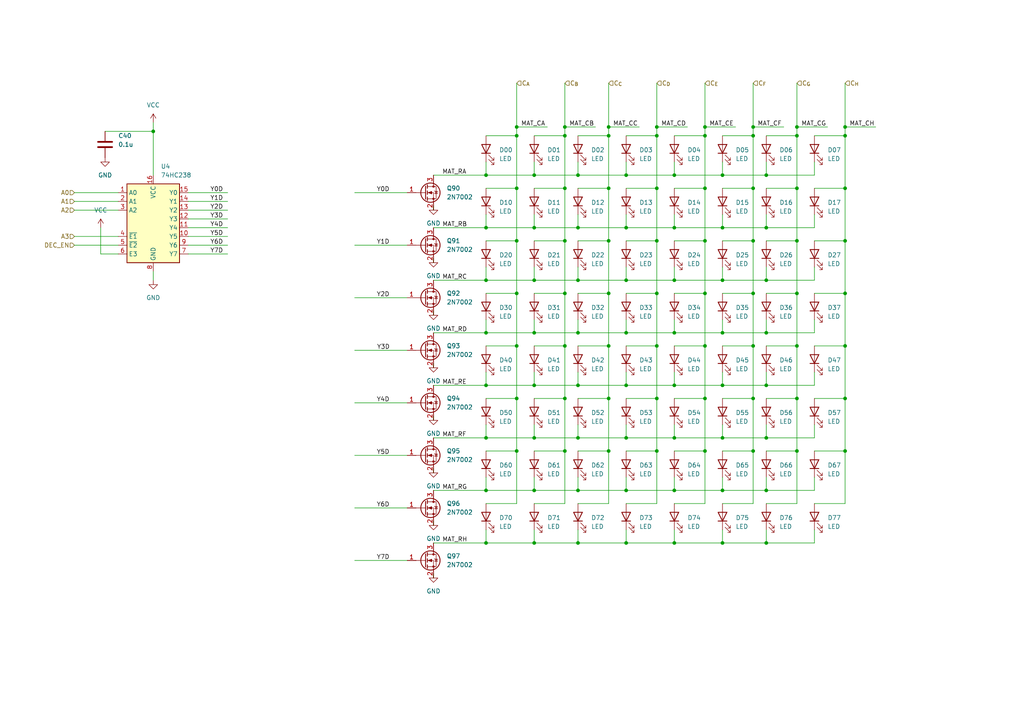
<source format=kicad_sch>
(kicad_sch (version 20231120) (generator "eeschema") (generator_version "8.0")
  (paper "A4")
  (lib_symbols
    (symbol "74xx:74HC238"
      (property "Reference" "U" (at -7.62 13.97 0))
      (property "Value" "74HC238" (at 2.54 -11.43 0))
      (symbol "74HC238_0_1"
        (rectangle (start -7.62 12.7) (end 7.62 -10.16) (stroke (width 0.254)) (fill (type background)))
      )
      (symbol "74HC238_1_1"
        (pin input line (at -10.16 10.16 0) (length 2.54) (name "A0") (number "1"))
        (pin output line (at 10.16 -2.54 180) (length 2.54) (name "Y5") (number "10"))
        (pin output line (at 10.16 0 180) (length 2.54) (name "Y4") (number "11"))
        (pin output line (at 10.16 2.54 180) (length 2.54) (name "Y3") (number "12"))
        (pin output line (at 10.16 5.08 180) (length 2.54) (name "Y2") (number "13"))
        (pin output line (at 10.16 7.62 180) (length 2.54) (name "Y1") (number "14"))
        (pin output line (at 10.16 10.16 180) (length 2.54) (name "Y0") (number "15"))
        (pin power_in line (at 0 15.24 270) (length 2.54) (name "VCC") (number "16"))
        (pin input line (at -10.16 7.62 0) (length 2.54) (name "A1") (number "2"))
        (pin input line (at -10.16 5.08 0) (length 2.54) (name "A2") (number "3"))
        (pin input line (at -10.16 -2.54 0) (length 2.54) (name "~{E1}") (number "4"))
        (pin input line (at -10.16 -5.08 0) (length 2.54) (name "~{E2}") (number "5"))
        (pin input line (at -10.16 -7.62 0) (length 2.54) (name "E3") (number "6"))
        (pin output line (at 10.16 -7.62 180) (length 2.54) (name "Y7") (number "7"))
        (pin power_in line (at 0 -12.7 90) (length 2.54) (name "GND") (number "8"))
        (pin output line (at 10.16 -5.08 180) (length 2.54) (name "Y6") (number "9"))
      )
    )
    (symbol "Device:C" (pin_numbers hide) (pin_names (offset 0.254))
      (property "Reference" "C" (at 0.635 2.54 0))
      (property "Value" "C" (at 0.635 -2.54 0))
      (symbol "C_0_1"
        (polyline (pts (xy -2.032 -0.762) (xy 2.032 -0.762)) (stroke (width 0.508)))
        (polyline (pts (xy -2.032 0.762) (xy 2.032 0.762)) (stroke (width 0.508)))
      )
      (symbol "C_1_1"
        (pin passive line (at 0 3.81 270) (length 2.794) (name "~") (number "1"))
        (pin passive line (at 0 -3.81 90) (length 2.794) (name "~") (number "2"))
      )
    )
    (symbol "Device:LED" (pin_numbers hide) (pin_names (offset 1.016) hide)
      (property "Reference" "D" (at 0 2.54 0))
      (property "Value" "LED" (at 0 -2.54 0))
      (symbol "LED_0_1"
        (polyline (pts (xy -1.27 -1.27) (xy -1.27 1.27)) (stroke (width 0.254)))
        (polyline (pts (xy -1.27 0) (xy 1.27 0)))
        (polyline (pts (xy 1.27 -1.27) (xy 1.27 1.27) (xy -1.27 0) (xy 1.27 -1.27)) (stroke (width 0.254)))
        (polyline (pts (xy -3.048 -0.762) (xy -4.572 -2.286) (xy -3.81 -2.286) (xy -4.572 -2.286) (xy -4.572 -1.524)))
        (polyline (pts (xy -1.778 -0.762) (xy -3.302 -2.286) (xy -2.54 -2.286) (xy -3.302 -2.286) (xy -3.302 -1.524)))
      )
      (symbol "LED_1_1"
        (pin passive line (at -3.81 0 0) (length 2.54) (name "K") (number "1"))
        (pin passive line (at 3.81 0 180) (length 2.54) (name "A") (number "2"))
      )
    )
    (symbol "Transistor_FET:2N7002" (pin_names hide)
      (property "Reference" "Q" (at 5.08 1.905 0))
      (property "Value" "2N7002" (at 5.08 0 0))
      (symbol "2N7002_0_1"
        (polyline (pts (xy 0.254 0) (xy -2.54 0)))
        (polyline (pts (xy 0.254 1.905) (xy 0.254 -1.905)) (stroke (width 0.254)))
        (polyline (pts (xy 0.762 -1.27) (xy 0.762 -2.286)) (stroke (width 0.254)))
        (polyline (pts (xy 0.762 0.508) (xy 0.762 -0.508)) (stroke (width 0.254)))
        (polyline (pts (xy 0.762 2.286) (xy 0.762 1.27)) (stroke (width 0.254)))
        (polyline (pts (xy 2.54 2.54) (xy 2.54 1.778)))
        (polyline (pts (xy 2.54 -2.54) (xy 2.54 0) (xy 0.762 0)))
        (polyline (pts (xy 0.762 -1.778) (xy 3.302 -1.778) (xy 3.302 1.778) (xy 0.762 1.778)))
        (polyline (pts (xy 1.016 0) (xy 2.032 0.381) (xy 2.032 -0.381) (xy 1.016 0)) (fill (type outline)))
        (polyline (pts (xy 2.794 0.508) (xy 2.921 0.381) (xy 3.683 0.381) (xy 3.81 0.254)))
        (polyline (pts (xy 3.302 0.381) (xy 2.921 -0.254) (xy 3.683 -0.254) (xy 3.302 0.381)))
        (circle (center 1.651 0) (radius 2.794) (stroke (width 0.254)))
        (circle (center 2.54 -1.778) (radius 0.254) (fill (type outline)))
        (circle (center 2.54 1.778) (radius 0.254) (fill (type outline)))
      )
      (symbol "2N7002_1_1"
        (pin input line (at -5.08 0 0) (length 2.54) (name "G") (number "1"))
        (pin passive line (at 2.54 -5.08 90) (length 2.54) (name "S") (number "2"))
        (pin passive line (at 2.54 5.08 270) (length 2.54) (name "D") (number "3"))
      )
    )
    (symbol "power:GND" (power) (pin_names (offset 0))
      (property "Value" "GND" (at 0 -3.81 0))
      (symbol "GND_0_1"
        (polyline (pts (xy 0 0) (xy 0 -1.27) (xy 1.27 -1.27) (xy 0 -2.54) (xy -1.27 -1.27) (xy 0 -1.27)))
      )
      (symbol "GND_1_1"
        (pin power_in line (at 0 0 270) (length 0) hide (name "GND") (number "1"))
      )
    )
    (symbol "power:VCC" (power) (pin_names (offset 0))
      (property "Value" "VCC" (at 0 3.81 0))
      (symbol "VCC_0_1"
        (polyline (pts (xy -0.762 1.27) (xy 0 2.54)))
        (polyline (pts (xy 0 0) (xy 0 2.54)))
        (polyline (pts (xy 0 2.54) (xy 0.762 1.27)))
      )
      (symbol "VCC_1_1"
        (pin power_in line (at 0 0 90) (length 0) hide (name "VCC") (number "1"))
      )
    )
  )
  (junction (at 140.97 111.76))
  (junction (at 209.55 142.24))
  (junction (at 190.5 85.09))
  (junction (at 181.61 50.8))
  (junction (at 245.11 54.61))
  (junction (at 181.61 142.24))
  (junction (at 195.58 157.48))
  (junction (at 190.5 115.57))
  (junction (at 218.44 100.33))
  (junction (at 218.44 36.83))
  (junction (at 204.47 115.57))
  (junction (at 231.14 130.81))
  (junction (at 149.86 36.83))
  (junction (at 204.47 130.81))
  (junction (at 190.5 130.81))
  (junction (at 209.55 111.76))
  (junction (at 204.47 54.61))
  (junction (at 176.53 54.61))
  (junction (at 167.64 96.52))
  (junction (at 190.5 54.61))
  (junction (at 245.11 85.09))
  (junction (at 231.14 36.83))
  (junction (at 140.97 157.48))
  (junction (at 176.53 85.09))
  (junction (at 204.47 36.83))
  (junction (at 222.25 66.04))
  (junction (at 176.53 36.83))
  (junction (at 222.25 157.48))
  (junction (at 195.58 50.8))
  (junction (at 163.83 100.33))
  (junction (at 222.25 81.28))
  (junction (at 231.14 39.37))
  (junction (at 163.83 85.09))
  (junction (at 245.11 100.33))
  (junction (at 167.64 127))
  (junction (at 163.83 36.83))
  (junction (at 154.94 66.04))
  (junction (at 154.94 142.24))
  (junction (at 176.53 100.33))
  (junction (at 218.44 115.57))
  (junction (at 140.97 96.52))
  (junction (at 222.25 111.76))
  (junction (at 245.11 115.57))
  (junction (at 140.97 50.8))
  (junction (at 176.53 39.37))
  (junction (at 163.83 54.61))
  (junction (at 218.44 130.81))
  (junction (at 222.25 96.52))
  (junction (at 163.83 39.37))
  (junction (at 218.44 54.61))
  (junction (at 231.14 69.85))
  (junction (at 149.86 130.81))
  (junction (at 209.55 157.48))
  (junction (at 140.97 66.04))
  (junction (at 204.47 85.09))
  (junction (at 245.11 130.81))
  (junction (at 209.55 81.28))
  (junction (at 163.83 69.85))
  (junction (at 140.97 81.28))
  (junction (at 222.25 142.24))
  (junction (at 176.53 69.85))
  (junction (at 231.14 115.57))
  (junction (at 176.53 130.81))
  (junction (at 195.58 81.28))
  (junction (at 209.55 66.04))
  (junction (at 195.58 127))
  (junction (at 167.64 81.28))
  (junction (at 154.94 157.48))
  (junction (at 218.44 39.37))
  (junction (at 181.61 157.48))
  (junction (at 245.11 36.83))
  (junction (at 154.94 50.8))
  (junction (at 204.47 69.85))
  (junction (at 222.25 50.8))
  (junction (at 154.94 111.76))
  (junction (at 209.55 50.8))
  (junction (at 231.14 54.61))
  (junction (at 149.86 100.33))
  (junction (at 181.61 96.52))
  (junction (at 195.58 66.04))
  (junction (at 154.94 81.28))
  (junction (at 149.86 39.37))
  (junction (at 149.86 69.85))
  (junction (at 154.94 96.52))
  (junction (at 181.61 81.28))
  (junction (at 231.14 100.33))
  (junction (at 190.5 100.33))
  (junction (at 190.5 39.37))
  (junction (at 167.64 111.76))
  (junction (at 195.58 142.24))
  (junction (at 149.86 115.57))
  (junction (at 154.94 127))
  (junction (at 204.47 39.37))
  (junction (at 190.5 36.83))
  (junction (at 149.86 54.61))
  (junction (at 209.55 96.52))
  (junction (at 140.97 142.24))
  (junction (at 218.44 85.09))
  (junction (at 44.45 38.1))
  (junction (at 218.44 69.85))
  (junction (at 195.58 96.52))
  (junction (at 149.86 85.09))
  (junction (at 245.11 69.85))
  (junction (at 190.5 69.85))
  (junction (at 181.61 66.04))
  (junction (at 167.64 142.24))
  (junction (at 245.11 39.37))
  (junction (at 167.64 157.48))
  (junction (at 140.97 127))
  (junction (at 204.47 100.33))
  (junction (at 163.83 115.57))
  (junction (at 231.14 85.09))
  (junction (at 167.64 66.04))
  (junction (at 176.53 115.57))
  (junction (at 163.83 130.81))
  (junction (at 195.58 111.76))
  (junction (at 181.61 111.76))
  (junction (at 181.61 127))
  (junction (at 209.55 127))
  (junction (at 167.64 50.8))
  (junction (at 222.25 127))
  (wire (pts (xy 209.55 50.8) (xy 222.25 50.8)))
  (wire (pts (xy 167.64 115.57) (xy 176.53 115.57)))
  (wire (pts (xy 231.14 36.83) (xy 231.14 39.37)))
  (wire (pts (xy 195.58 157.48) (xy 209.55 157.48)))
  (wire (pts (xy 154.94 81.28) (xy 167.64 81.28)))
  (wire (pts (xy 245.11 54.61) (xy 245.11 69.85)))
  (wire (pts (xy 54.61 60.96) (xy 66.04 60.96)))
  (wire (pts (xy 190.5 100.33) (xy 190.5 115.57)))
  (wire (pts (xy 154.94 92.71) (xy 154.94 96.52)))
  (wire (pts (xy 231.14 130.81) (xy 231.14 146.05)))
  (wire (pts (xy 218.44 24.13) (xy 218.44 36.83)))
  (wire (pts (xy 245.11 146.05) (xy 236.22 146.05)))
  (wire (pts (xy 125.73 66.04) (xy 140.97 66.04)))
  (wire (pts (xy 181.61 39.37) (xy 190.5 39.37)))
  (wire (pts (xy 176.53 36.83) (xy 185.42 36.83)))
  (wire (pts (xy 163.83 39.37) (xy 163.83 54.61)))
  (wire (pts (xy 167.64 142.24) (xy 181.61 142.24)))
  (wire (pts (xy 154.94 138.43) (xy 154.94 142.24)))
  (wire (pts (xy 29.21 73.66) (xy 34.29 73.66)))
  (wire (pts (xy 190.5 36.83) (xy 199.39 36.83)))
  (wire (pts (xy 21.59 71.12) (xy 34.29 71.12)))
  (wire (pts (xy 195.58 50.8) (xy 209.55 50.8)))
  (wire (pts (xy 190.5 54.61) (xy 190.5 69.85)))
  (wire (pts (xy 195.58 115.57) (xy 204.47 115.57)))
  (wire (pts (xy 209.55 157.48) (xy 222.25 157.48)))
  (wire (pts (xy 102.87 116.84) (xy 118.11 116.84)))
  (wire (pts (xy 204.47 69.85) (xy 204.47 85.09)))
  (wire (pts (xy 190.5 69.85) (xy 190.5 85.09)))
  (wire (pts (xy 140.97 81.28) (xy 154.94 81.28)))
  (wire (pts (xy 154.94 142.24) (xy 167.64 142.24)))
  (wire (pts (xy 167.64 153.67) (xy 167.64 157.48)))
  (wire (pts (xy 195.58 107.95) (xy 195.58 111.76)))
  (wire (pts (xy 231.14 24.13) (xy 231.14 36.83)))
  (wire (pts (xy 236.22 115.57) (xy 245.11 115.57)))
  (wire (pts (xy 181.61 130.81) (xy 190.5 130.81)))
  (wire (pts (xy 167.64 66.04) (xy 181.61 66.04)))
  (wire (pts (xy 231.14 100.33) (xy 231.14 115.57)))
  (wire (pts (xy 149.86 115.57) (xy 149.86 130.81)))
  (wire (pts (xy 163.83 115.57) (xy 163.83 130.81)))
  (wire (pts (xy 204.47 36.83) (xy 213.36 36.83)))
  (wire (pts (xy 218.44 115.57) (xy 218.44 130.81)))
  (wire (pts (xy 125.73 74.93) (xy 125.73 76.2)))
  (wire (pts (xy 125.73 50.8) (xy 140.97 50.8)))
  (wire (pts (xy 154.94 123.19) (xy 154.94 127)))
  (wire (pts (xy 195.58 69.85) (xy 204.47 69.85)))
  (wire (pts (xy 245.11 24.13) (xy 245.11 36.83)))
  (wire (pts (xy 102.87 71.12) (xy 118.11 71.12)))
  (wire (pts (xy 222.25 107.95) (xy 222.25 111.76)))
  (wire (pts (xy 218.44 146.05) (xy 209.55 146.05)))
  (wire (pts (xy 209.55 66.04) (xy 222.25 66.04)))
  (wire (pts (xy 181.61 66.04) (xy 195.58 66.04)))
  (wire (pts (xy 236.22 69.85) (xy 245.11 69.85)))
  (wire (pts (xy 140.97 111.76) (xy 154.94 111.76)))
  (wire (pts (xy 149.86 36.83) (xy 158.75 36.83)))
  (wire (pts (xy 154.94 100.33) (xy 163.83 100.33)))
  (wire (pts (xy 222.25 66.04) (xy 236.22 66.04)))
  (wire (pts (xy 236.22 39.37) (xy 245.11 39.37)))
  (wire (pts (xy 209.55 77.47) (xy 209.55 81.28)))
  (wire (pts (xy 245.11 130.81) (xy 245.11 146.05)))
  (wire (pts (xy 231.14 85.09) (xy 231.14 100.33)))
  (wire (pts (xy 236.22 157.48) (xy 236.22 153.67)))
  (wire (pts (xy 181.61 62.23) (xy 181.61 66.04)))
  (wire (pts (xy 222.25 153.67) (xy 222.25 157.48)))
  (wire (pts (xy 195.58 96.52) (xy 209.55 96.52)))
  (wire (pts (xy 209.55 62.23) (xy 209.55 66.04)))
  (wire (pts (xy 195.58 92.71) (xy 195.58 96.52)))
  (wire (pts (xy 102.87 162.56) (xy 118.11 162.56)))
  (wire (pts (xy 125.73 142.24) (xy 140.97 142.24)))
  (wire (pts (xy 154.94 39.37) (xy 163.83 39.37)))
  (wire (pts (xy 102.87 132.08) (xy 118.11 132.08)))
  (wire (pts (xy 167.64 69.85) (xy 176.53 69.85)))
  (wire (pts (xy 222.25 69.85) (xy 231.14 69.85)))
  (wire (pts (xy 154.94 62.23) (xy 154.94 66.04)))
  (wire (pts (xy 30.48 38.1) (xy 44.45 38.1)))
  (wire (pts (xy 167.64 96.52) (xy 181.61 96.52)))
  (wire (pts (xy 195.58 66.04) (xy 209.55 66.04)))
  (wire (pts (xy 163.83 24.13) (xy 163.83 36.83)))
  (wire (pts (xy 245.11 39.37) (xy 245.11 54.61)))
  (wire (pts (xy 204.47 85.09) (xy 204.47 100.33)))
  (wire (pts (xy 245.11 115.57) (xy 245.11 130.81)))
  (wire (pts (xy 167.64 50.8) (xy 181.61 50.8)))
  (wire (pts (xy 218.44 69.85) (xy 218.44 85.09)))
  (wire (pts (xy 154.94 111.76) (xy 167.64 111.76)))
  (wire (pts (xy 140.97 153.67) (xy 140.97 157.48)))
  (wire (pts (xy 54.61 66.04) (xy 66.04 66.04)))
  (wire (pts (xy 44.45 78.74) (xy 44.45 81.28)))
  (wire (pts (xy 29.21 66.04) (xy 29.21 73.66)))
  (wire (pts (xy 176.53 85.09) (xy 176.53 100.33)))
  (wire (pts (xy 140.97 39.37) (xy 149.86 39.37)))
  (wire (pts (xy 209.55 127) (xy 222.25 127)))
  (wire (pts (xy 176.53 146.05) (xy 167.64 146.05)))
  (wire (pts (xy 167.64 54.61) (xy 176.53 54.61)))
  (wire (pts (xy 102.87 86.36) (xy 118.11 86.36)))
  (wire (pts (xy 154.94 96.52) (xy 167.64 96.52)))
  (wire (pts (xy 209.55 54.61) (xy 218.44 54.61)))
  (wire (pts (xy 163.83 54.61) (xy 163.83 69.85)))
  (wire (pts (xy 204.47 36.83) (xy 204.47 39.37)))
  (wire (pts (xy 195.58 100.33) (xy 204.47 100.33)))
  (wire (pts (xy 195.58 81.28) (xy 209.55 81.28)))
  (wire (pts (xy 149.86 54.61) (xy 149.86 69.85)))
  (wire (pts (xy 181.61 157.48) (xy 195.58 157.48)))
  (wire (pts (xy 231.14 146.05) (xy 222.25 146.05)))
  (wire (pts (xy 181.61 54.61) (xy 190.5 54.61)))
  (wire (pts (xy 167.64 123.19) (xy 167.64 127)))
  (wire (pts (xy 54.61 58.42) (xy 66.04 58.42)))
  (wire (pts (xy 209.55 81.28) (xy 222.25 81.28)))
  (wire (pts (xy 167.64 127) (xy 181.61 127)))
  (wire (pts (xy 140.97 77.47) (xy 140.97 81.28)))
  (wire (pts (xy 209.55 100.33) (xy 218.44 100.33)))
  (wire (pts (xy 140.97 100.33) (xy 149.86 100.33)))
  (wire (pts (xy 140.97 138.43) (xy 140.97 142.24)))
  (wire (pts (xy 195.58 130.81) (xy 204.47 130.81)))
  (wire (pts (xy 54.61 71.12) (xy 66.04 71.12)))
  (wire (pts (xy 181.61 115.57) (xy 190.5 115.57)))
  (wire (pts (xy 167.64 85.09) (xy 176.53 85.09)))
  (wire (pts (xy 181.61 69.85) (xy 190.5 69.85)))
  (wire (pts (xy 209.55 153.67) (xy 209.55 157.48)))
  (wire (pts (xy 218.44 39.37) (xy 218.44 54.61)))
  (wire (pts (xy 140.97 62.23) (xy 140.97 66.04)))
  (wire (pts (xy 167.64 81.28) (xy 181.61 81.28)))
  (wire (pts (xy 181.61 77.47) (xy 181.61 81.28)))
  (wire (pts (xy 218.44 130.81) (xy 218.44 146.05)))
  (wire (pts (xy 140.97 107.95) (xy 140.97 111.76)))
  (wire (pts (xy 167.64 46.99) (xy 167.64 50.8)))
  (wire (pts (xy 102.87 55.88) (xy 118.11 55.88)))
  (wire (pts (xy 125.73 127) (xy 140.97 127)))
  (wire (pts (xy 176.53 115.57) (xy 176.53 130.81)))
  (wire (pts (xy 236.22 96.52) (xy 236.22 92.71)))
  (wire (pts (xy 140.97 142.24) (xy 154.94 142.24)))
  (wire (pts (xy 140.97 130.81) (xy 149.86 130.81)))
  (wire (pts (xy 209.55 138.43) (xy 209.55 142.24)))
  (wire (pts (xy 176.53 54.61) (xy 176.53 69.85)))
  (wire (pts (xy 222.25 62.23) (xy 222.25 66.04)))
  (wire (pts (xy 167.64 157.48) (xy 181.61 157.48)))
  (wire (pts (xy 21.59 68.58) (xy 34.29 68.58)))
  (wire (pts (xy 222.25 130.81) (xy 231.14 130.81)))
  (wire (pts (xy 167.64 111.76) (xy 181.61 111.76)))
  (wire (pts (xy 102.87 101.6) (xy 118.11 101.6)))
  (wire (pts (xy 209.55 85.09) (xy 218.44 85.09)))
  (wire (pts (xy 195.58 127) (xy 209.55 127)))
  (wire (pts (xy 163.83 146.05) (xy 154.94 146.05)))
  (wire (pts (xy 149.86 36.83) (xy 149.86 39.37)))
  (wire (pts (xy 140.97 85.09) (xy 149.86 85.09)))
  (wire (pts (xy 204.47 39.37) (xy 204.47 54.61)))
  (wire (pts (xy 222.25 127) (xy 236.22 127)))
  (wire (pts (xy 181.61 92.71) (xy 181.61 96.52)))
  (wire (pts (xy 245.11 36.83) (xy 254 36.83)))
  (wire (pts (xy 167.64 100.33) (xy 176.53 100.33)))
  (wire (pts (xy 163.83 36.83) (xy 163.83 39.37)))
  (wire (pts (xy 222.25 111.76) (xy 236.22 111.76)))
  (wire (pts (xy 222.25 54.61) (xy 231.14 54.61)))
  (wire (pts (xy 209.55 107.95) (xy 209.55 111.76)))
  (wire (pts (xy 222.25 142.24) (xy 236.22 142.24)))
  (wire (pts (xy 154.94 153.67) (xy 154.94 157.48)))
  (wire (pts (xy 209.55 96.52) (xy 222.25 96.52)))
  (wire (pts (xy 195.58 123.19) (xy 195.58 127)))
  (wire (pts (xy 195.58 111.76) (xy 209.55 111.76)))
  (wire (pts (xy 236.22 81.28) (xy 236.22 77.47)))
  (wire (pts (xy 190.5 24.13) (xy 190.5 36.83)))
  (wire (pts (xy 154.94 115.57) (xy 163.83 115.57)))
  (wire (pts (xy 140.97 54.61) (xy 149.86 54.61)))
  (wire (pts (xy 181.61 96.52) (xy 195.58 96.52)))
  (wire (pts (xy 209.55 46.99) (xy 209.55 50.8)))
  (wire (pts (xy 21.59 55.88) (xy 34.29 55.88)))
  (wire (pts (xy 149.86 69.85) (xy 149.86 85.09)))
  (wire (pts (xy 181.61 153.67) (xy 181.61 157.48)))
  (wire (pts (xy 181.61 127) (xy 195.58 127)))
  (wire (pts (xy 236.22 127) (xy 236.22 123.19)))
  (wire (pts (xy 222.25 92.71) (xy 222.25 96.52)))
  (wire (pts (xy 190.5 130.81) (xy 190.5 146.05)))
  (wire (pts (xy 195.58 62.23) (xy 195.58 66.04)))
  (wire (pts (xy 44.45 35.56) (xy 44.45 38.1)))
  (wire (pts (xy 167.64 92.71) (xy 167.64 96.52)))
  (wire (pts (xy 125.73 135.89) (xy 125.73 137.16)))
  (wire (pts (xy 167.64 62.23) (xy 167.64 66.04)))
  (wire (pts (xy 181.61 111.76) (xy 195.58 111.76)))
  (wire (pts (xy 176.53 36.83) (xy 176.53 39.37)))
  (wire (pts (xy 190.5 85.09) (xy 190.5 100.33)))
  (wire (pts (xy 140.97 127) (xy 154.94 127)))
  (wire (pts (xy 140.97 46.99) (xy 140.97 50.8)))
  (wire (pts (xy 21.59 58.42) (xy 34.29 58.42)))
  (wire (pts (xy 181.61 107.95) (xy 181.61 111.76)))
  (wire (pts (xy 222.25 100.33) (xy 231.14 100.33)))
  (wire (pts (xy 218.44 36.83) (xy 218.44 39.37)))
  (wire (pts (xy 236.22 100.33) (xy 245.11 100.33)))
  (wire (pts (xy 167.64 130.81) (xy 176.53 130.81)))
  (wire (pts (xy 125.73 96.52) (xy 140.97 96.52)))
  (wire (pts (xy 154.94 127) (xy 167.64 127)))
  (wire (pts (xy 195.58 39.37) (xy 204.47 39.37)))
  (wire (pts (xy 125.73 59.69) (xy 125.73 60.96)))
  (wire (pts (xy 245.11 100.33) (xy 245.11 115.57)))
  (wire (pts (xy 125.73 81.28) (xy 140.97 81.28)))
  (wire (pts (xy 125.73 120.65) (xy 125.73 121.92)))
  (wire (pts (xy 167.64 39.37) (xy 176.53 39.37)))
  (wire (pts (xy 204.47 146.05) (xy 195.58 146.05)))
  (wire (pts (xy 176.53 130.81) (xy 176.53 146.05)))
  (wire (pts (xy 222.25 123.19) (xy 222.25 127)))
  (wire (pts (xy 163.83 85.09) (xy 163.83 100.33)))
  (wire (pts (xy 154.94 157.48) (xy 167.64 157.48)))
  (wire (pts (xy 222.25 157.48) (xy 236.22 157.48)))
  (wire (pts (xy 163.83 69.85) (xy 163.83 85.09)))
  (wire (pts (xy 190.5 39.37) (xy 190.5 54.61)))
  (wire (pts (xy 167.64 138.43) (xy 167.64 142.24)))
  (wire (pts (xy 231.14 39.37) (xy 231.14 54.61)))
  (wire (pts (xy 209.55 142.24) (xy 222.25 142.24)))
  (wire (pts (xy 54.61 55.88) (xy 66.04 55.88)))
  (wire (pts (xy 54.61 63.5) (xy 66.04 63.5)))
  (wire (pts (xy 140.97 66.04) (xy 154.94 66.04)))
  (wire (pts (xy 195.58 46.99) (xy 195.58 50.8)))
  (wire (pts (xy 204.47 130.81) (xy 204.47 146.05)))
  (wire (pts (xy 181.61 123.19) (xy 181.61 127)))
  (wire (pts (xy 209.55 39.37) (xy 218.44 39.37)))
  (wire (pts (xy 218.44 54.61) (xy 218.44 69.85)))
  (wire (pts (xy 149.86 39.37) (xy 149.86 54.61)))
  (wire (pts (xy 209.55 115.57) (xy 218.44 115.57)))
  (wire (pts (xy 218.44 100.33) (xy 218.44 115.57)))
  (wire (pts (xy 195.58 142.24) (xy 209.55 142.24)))
  (wire (pts (xy 209.55 130.81) (xy 218.44 130.81)))
  (wire (pts (xy 195.58 77.47) (xy 195.58 81.28)))
  (wire (pts (xy 209.55 69.85) (xy 218.44 69.85)))
  (wire (pts (xy 181.61 142.24) (xy 195.58 142.24)))
  (wire (pts (xy 125.73 151.13) (xy 125.73 152.4)))
  (wire (pts (xy 236.22 50.8) (xy 236.22 46.99)))
  (wire (pts (xy 222.25 50.8) (xy 236.22 50.8)))
  (wire (pts (xy 209.55 123.19) (xy 209.55 127)))
  (wire (pts (xy 190.5 115.57) (xy 190.5 130.81)))
  (wire (pts (xy 222.25 138.43) (xy 222.25 142.24)))
  (wire (pts (xy 44.45 38.1) (xy 44.45 50.8)))
  (wire (pts (xy 149.86 100.33) (xy 149.86 115.57)))
  (wire (pts (xy 190.5 146.05) (xy 181.61 146.05)))
  (wire (pts (xy 195.58 153.67) (xy 195.58 157.48)))
  (wire (pts (xy 222.25 81.28) (xy 236.22 81.28)))
  (wire (pts (xy 149.86 130.81) (xy 149.86 146.05)))
  (wire (pts (xy 125.73 157.48) (xy 140.97 157.48)))
  (wire (pts (xy 236.22 142.24) (xy 236.22 138.43)))
  (wire (pts (xy 102.87 147.32) (xy 118.11 147.32)))
  (wire (pts (xy 167.64 107.95) (xy 167.64 111.76)))
  (wire (pts (xy 204.47 24.13) (xy 204.47 36.83)))
  (wire (pts (xy 163.83 100.33) (xy 163.83 115.57)))
  (wire (pts (xy 236.22 111.76) (xy 236.22 107.95)))
  (wire (pts (xy 140.97 96.52) (xy 154.94 96.52)))
  (wire (pts (xy 140.97 50.8) (xy 154.94 50.8)))
  (wire (pts (xy 140.97 115.57) (xy 149.86 115.57)))
  (wire (pts (xy 21.59 60.96) (xy 34.29 60.96)))
  (wire (pts (xy 154.94 107.95) (xy 154.94 111.76)))
  (wire (pts (xy 218.44 36.83) (xy 227.33 36.83)))
  (wire (pts (xy 209.55 92.71) (xy 209.55 96.52)))
  (wire (pts (xy 181.61 50.8) (xy 195.58 50.8)))
  (wire (pts (xy 204.47 54.61) (xy 204.47 69.85)))
  (wire (pts (xy 236.22 85.09) (xy 245.11 85.09)))
  (wire (pts (xy 140.97 69.85) (xy 149.86 69.85)))
  (wire (pts (xy 163.83 36.83) (xy 172.72 36.83)))
  (wire (pts (xy 195.58 85.09) (xy 204.47 85.09)))
  (wire (pts (xy 154.94 54.61) (xy 163.83 54.61)))
  (wire (pts (xy 154.94 50.8) (xy 167.64 50.8)))
  (wire (pts (xy 222.25 96.52) (xy 236.22 96.52)))
  (wire (pts (xy 149.86 85.09) (xy 149.86 100.33)))
  (wire (pts (xy 154.94 130.81) (xy 163.83 130.81)))
  (wire (pts (xy 222.25 85.09) (xy 231.14 85.09)))
  (wire (pts (xy 236.22 66.04) (xy 236.22 62.23)))
  (wire (pts (xy 245.11 69.85) (xy 245.11 85.09)))
  (wire (pts (xy 190.5 36.83) (xy 190.5 39.37)))
  (wire (pts (xy 181.61 138.43) (xy 181.61 142.24)))
  (wire (pts (xy 154.94 69.85) (xy 163.83 69.85)))
  (wire (pts (xy 195.58 54.61) (xy 204.47 54.61)))
  (wire (pts (xy 54.61 68.58) (xy 66.04 68.58)))
  (wire (pts (xy 149.86 146.05) (xy 140.97 146.05)))
  (wire (pts (xy 231.14 36.83) (xy 240.03 36.83)))
  (wire (pts (xy 231.14 54.61) (xy 231.14 69.85)))
  (wire (pts (xy 154.94 77.47) (xy 154.94 81.28)))
  (wire (pts (xy 140.97 157.48) (xy 154.94 157.48)))
  (wire (pts (xy 236.22 54.61) (xy 245.11 54.61)))
  (wire (pts (xy 231.14 115.57) (xy 231.14 130.81)))
  (wire (pts (xy 163.83 130.81) (xy 163.83 146.05)))
  (wire (pts (xy 125.73 90.17) (xy 125.73 91.44)))
  (wire (pts (xy 181.61 100.33) (xy 190.5 100.33)))
  (wire (pts (xy 204.47 100.33) (xy 204.47 115.57)))
  (wire (pts (xy 195.58 138.43) (xy 195.58 142.24)))
  (wire (pts (xy 176.53 24.13) (xy 176.53 36.83)))
  (wire (pts (xy 222.25 46.99) (xy 222.25 50.8)))
  (wire (pts (xy 222.25 77.47) (xy 222.25 81.28)))
  (wire (pts (xy 154.94 46.99) (xy 154.94 50.8)))
  (wire (pts (xy 176.53 39.37) (xy 176.53 54.61)))
  (wire (pts (xy 245.11 36.83) (xy 245.11 39.37)))
  (wire (pts (xy 181.61 85.09) (xy 190.5 85.09)))
  (wire (pts (xy 181.61 46.99) (xy 181.61 50.8)))
  (wire (pts (xy 140.97 123.19) (xy 140.97 127)))
  (wire (pts (xy 167.64 77.47) (xy 167.64 81.28)))
  (wire (pts (xy 125.73 166.37) (xy 125.73 167.64)))
  (wire (pts (xy 176.53 69.85) (xy 176.53 85.09)))
  (wire (pts (xy 204.47 115.57) (xy 204.47 130.81)))
  (wire (pts (xy 176.53 100.33) (xy 176.53 115.57)))
  (wire (pts (xy 154.94 66.04) (xy 167.64 66.04)))
  (wire (pts (xy 54.61 73.66) (xy 66.04 73.66)))
  (wire (pts (xy 149.86 24.13) (xy 149.86 36.83)))
  (wire (pts (xy 222.25 115.57) (xy 231.14 115.57)))
  (wire (pts (xy 181.61 81.28) (xy 195.58 81.28)))
  (wire (pts (xy 125.73 105.41) (xy 125.73 106.68)))
  (wire (pts (xy 140.97 92.71) (xy 140.97 96.52)))
  (wire (pts (xy 231.14 69.85) (xy 231.14 85.09)))
  (wire (pts (xy 154.94 85.09) (xy 163.83 85.09)))
  (wire (pts (xy 209.55 111.76) (xy 222.25 111.76)))
  (wire (pts (xy 218.44 85.09) (xy 218.44 100.33)))
  (wire (pts (xy 236.22 130.81) (xy 245.11 130.81)))
  (wire (pts (xy 222.25 39.37) (xy 231.14 39.37)))
  (wire (pts (xy 245.11 85.09) (xy 245.11 100.33)))
  (wire (pts (xy 125.73 111.76) (xy 140.97 111.76)))
  (label "MAT_RA" (at 128.27 50.8 0))
  (label "MAT_CH" (at 246.38 36.83 0))
  (label "Y5D" (at 109.22 132.08 0))
  (label "Y3D" (at 60.96 63.5 0))
  (label "MAT_CA" (at 151.13 36.83 0))
  (label "MAT_CG" (at 232.41 36.83 0))
  (label "MAT_RF" (at 128.27 127 0))
  (label "Y7D" (at 60.96 73.66 0))
  (label "Y1D" (at 60.96 58.42 0))
  (label "MAT_CF" (at 219.71 36.83 0))
  (label "Y0D" (at 60.96 55.88 0))
  (label "Y4D" (at 109.22 116.84 0))
  (label "MAT_RC" (at 128.27 81.28 0))
  (label "MAT_CC" (at 177.8 36.83 0))
  (label "MAT_RE" (at 128.27 111.76 0))
  (label "MAT_RH" (at 128.27 157.48 0))
  (label "Y7D" (at 109.22 162.56 0))
  (label "Y2D" (at 109.22 86.36 0))
  (label "MAT_CD" (at 191.77 36.83 0))
  (label "Y6D" (at 109.22 147.32 0))
  (label "Y4D" (at 60.96 66.04 0))
  (label "MAT_CB" (at 165.1 36.83 0))
  (label "Y0D" (at 109.22 55.88 0))
  (label "Y3D" (at 109.3057 101.6 0))
  (label "MAT_RG" (at 128.27 142.24 0))
  (label "Y6D" (at 60.96 71.12 0))
  (label "Y5D" (at 60.96 68.58 0))
  (label "MAT_RB" (at 128.27 66.04 0))
  (label "MAT_CE" (at 205.74 36.83 0))
  (label "Y1D" (at 109.22 71.12 0))
  (label "Y2D" (at 60.96 60.96 0))
  (label "MAT_RD" (at 128.27 96.52 0))
  (hierarchical_label "A3" (shape input) (at 21.59 68.58 180))
  (hierarchical_label "C_{C}" (shape input) (at 176.53 24.13 0))
  (hierarchical_label "C_{D}" (shape input) (at 190.5 24.13 0))
  (hierarchical_label "A1" (shape input) (at 21.59 58.42 180))
  (hierarchical_label "C_{G}" (shape input) (at 231.14 24.13 0))
  (hierarchical_label "C_{E}" (shape input) (at 204.47 24.13 0))
  (hierarchical_label "A0" (shape input) (at 21.59 55.88 180))
  (hierarchical_label "C_{A}" (shape input) (at 149.86 24.13 0))
  (hierarchical_label "C_{B}" (shape input) (at 163.83 24.13 0))
  (hierarchical_label "C_{F}" (shape input) (at 218.44 24.13 0))
  (hierarchical_label "C_{H}" (shape input) (at 245.11 24.13 0))
  (hierarchical_label "DEC_EN" (shape input) (at 21.59 71.12 180))
  (hierarchical_label "A2" (shape input) (at 21.59 60.96 180))
  (symbol (lib_id "power:GND") (at 125.73 90.17 0) (unit 1)
    (property "Reference" "#PWR014" (effects (hide yes)))
    (property "Value" "GND" (at 125.73 95.25 0))
  )
  (symbol (lib_id "power:GND") (at 44.45 81.28 0) (unit 1)
    (property "Reference" "#PWR03" (effects (hide yes)))
    (property "Value" "GND" (at 44.45 86.36 0))
  )
  (symbol (lib_id "power:GND") (at 30.48 45.72 0) (unit 1)
    (property "Reference" "#PWR040" (effects (hide yes)))
    (property "Value" "GND" (at 30.48 50.8 0))
  )
  (symbol (lib_id "Transistor_FET:2N7002") (at 123.19 162.56 0) (unit 1)
    (property "Reference" "Q97" (at 129.54 161.2899 0) (effects (justify left)))
    (property "Value" "2N7002" (at 129.54 163.8299 0) (effects (justify left)))
    (property "Footprint" "Package_TO_SOT_SMD:SOT-23" (effects (hide yes)))
    (property "Datasheet" "https://www.onsemi.com/pub/Collateral/NDS7002A-D.PDF" (effects (hide yes)))
  )
  (symbol (lib_id "Device:LED") (at 209.55 58.42 90) (unit 1)
    (property "Reference" "D15" (at 213.36 58.7375 90) (effects (justify right)))
    (property "Value" "LED" (at 213.36 61.2775 90) (effects (justify right)))
    (property "Footprint" "LED_SMD:LED_0402_1005Metric_Pad0.77x0.64mm_HandSolder" (effects (hide yes)))
  )
  (symbol (lib_id "power:GND") (at 125.73 105.41 0) (unit 1)
    (property "Reference" "#PWR015" (effects (hide yes)))
    (property "Value" "GND" (at 125.73 110.49 0))
  )
  (symbol (lib_id "Device:LED") (at 140.97 119.38 90) (unit 1)
    (property "Reference" "D50" (at 144.78 119.6975 90) (effects (justify right)))
    (property "Value" "LED" (at 144.78 122.2375 90) (effects (justify right)))
    (property "Footprint" "LED_SMD:LED_0402_1005Metric_Pad0.77x0.64mm_HandSolder" (effects (hide yes)))
  )
  (symbol (lib_id "Transistor_FET:2N7002") (at 123.19 55.88 0) (unit 1)
    (property "Reference" "Q90" (at 129.54 54.6099 0) (effects (justify left)))
    (property "Value" "2N7002" (at 129.54 57.1499 0) (effects (justify left)))
    (property "Footprint" "Package_TO_SOT_SMD:SOT-23" (effects (hide yes)))
    (property "Datasheet" "https://www.onsemi.com/pub/Collateral/NDS7002A-D.PDF" (effects (hide yes)))
  )
  (symbol (lib_id "Device:LED") (at 209.55 43.18 90) (unit 1)
    (property "Reference" "D05" (at 213.36 43.4974 90) (effects (justify right)))
    (property "Value" "LED" (at 213.36 46.0374 90) (effects (justify right)))
    (property "Footprint" "LED_SMD:LED_0402_1005Metric_Pad0.77x0.64mm_HandSolder" (effects (hide yes)))
  )
  (symbol (lib_id "Device:LED") (at 140.97 134.62 90) (unit 1)
    (property "Reference" "D60" (at 144.78 134.9375 90) (effects (justify right)))
    (property "Value" "LED" (at 144.78 137.4775 90) (effects (justify right)))
    (property "Footprint" "LED_SMD:LED_0402_1005Metric_Pad0.77x0.64mm_HandSolder" (effects (hide yes)))
  )
  (symbol (lib_id "Device:LED") (at 195.58 58.42 90) (unit 1)
    (property "Reference" "D14" (at 199.39 58.7375 90) (effects (justify right)))
    (property "Value" "LED" (at 199.39 61.2775 90) (effects (justify right)))
    (property "Footprint" "LED_SMD:LED_0402_1005Metric_Pad0.77x0.64mm_HandSolder" (effects (hide yes)))
  )
  (symbol (lib_id "Device:LED") (at 222.25 88.9 90) (unit 1)
    (property "Reference" "D36" (at 226.06 89.2175 90) (effects (justify right)))
    (property "Value" "LED" (at 226.06 91.7575 90) (effects (justify right)))
    (property "Footprint" "LED_SMD:LED_0402_1005Metric_Pad0.77x0.64mm_HandSolder" (effects (hide yes)))
  )
  (symbol (lib_id "Device:LED") (at 154.94 149.86 90) (unit 1)
    (property "Reference" "D71" (at 158.75 150.1775 90) (effects (justify right)))
    (property "Value" "LED" (at 158.75 152.7175 90) (effects (justify right)))
    (property "Footprint" "LED_SMD:LED_0402_1005Metric_Pad0.77x0.64mm_HandSolder" (effects (hide yes)))
  )
  (symbol (lib_id "Device:LED") (at 222.25 134.62 90) (unit 1)
    (property "Reference" "D66" (at 226.06 134.9375 90) (effects (justify right)))
    (property "Value" "LED" (at 226.06 137.4775 90) (effects (justify right)))
    (property "Footprint" "LED_SMD:LED_0402_1005Metric_Pad0.77x0.64mm_HandSolder" (effects (hide yes)))
  )
  (symbol (lib_id "Device:LED") (at 222.25 73.66 90) (unit 1)
    (property "Reference" "D26" (at 226.06 73.9775 90) (effects (justify right)))
    (property "Value" "LED" (at 226.06 76.5175 90) (effects (justify right)))
    (property "Footprint" "LED_SMD:LED_0402_1005Metric_Pad0.77x0.64mm_HandSolder" (effects (hide yes)))
  )
  (symbol (lib_id "Device:LED") (at 195.58 43.18 90) (unit 1)
    (property "Reference" "D04" (at 199.39 43.4974 90) (effects (justify right)))
    (property "Value" "LED" (at 199.39 46.0374 90) (effects (justify right)))
    (property "Footprint" "LED_SMD:LED_0402_1005Metric_Pad0.77x0.64mm_HandSolder" (effects (hide yes)))
  )
  (symbol (lib_id "Device:LED") (at 209.55 149.86 90) (unit 1)
    (property "Reference" "D75" (at 213.36 150.1775 90) (effects (justify right)))
    (property "Value" "LED" (at 213.36 152.7175 90) (effects (justify right)))
    (property "Footprint" "LED_SMD:LED_0402_1005Metric_Pad0.77x0.64mm_HandSolder" (effects (hide yes)))
  )
  (symbol (lib_id "Device:LED") (at 140.97 73.66 90) (unit 1)
    (property "Reference" "D20" (at 144.78 73.9775 90) (effects (justify right)))
    (property "Value" "LED" (at 144.78 76.5175 90) (effects (justify right)))
    (property "Footprint" "LED_SMD:LED_0402_1005Metric_Pad0.77x0.64mm_HandSolder" (effects (hide yes)))
  )
  (symbol (lib_id "Device:LED") (at 236.22 149.86 90) (unit 1)
    (property "Reference" "D77" (at 240.03 150.1775 90) (effects (justify right)))
    (property "Value" "LED" (at 240.03 152.7175 90) (effects (justify right)))
    (property "Footprint" "LED_SMD:LED_0402_1005Metric_Pad0.77x0.64mm_HandSolder" (effects (hide yes)))
  )
  (symbol (lib_id "Device:LED") (at 154.94 58.42 90) (unit 1)
    (property "Reference" "D11" (at 158.75 58.7375 90) (effects (justify right)))
    (property "Value" "LED" (at 158.75 61.2775 90) (effects (justify right)))
    (property "Footprint" "LED_SMD:LED_0402_1005Metric_Pad0.77x0.64mm_HandSolder" (effects (hide yes)))
  )
  (symbol (lib_id "Transistor_FET:2N7002") (at 123.19 86.36 0) (unit 1)
    (property "Reference" "Q92" (at 129.54 85.0899 0) (effects (justify left)))
    (property "Value" "2N7002" (at 129.54 87.6299 0) (effects (justify left)))
    (property "Footprint" "Package_TO_SOT_SMD:SOT-23" (effects (hide yes)))
    (property "Datasheet" "https://www.onsemi.com/pub/Collateral/NDS7002A-D.PDF" (effects (hide yes)))
  )
  (symbol (lib_id "Device:LED") (at 140.97 149.86 90) (unit 1)
    (property "Reference" "D70" (at 144.78 150.1775 90) (effects (justify right)))
    (property "Value" "LED" (at 144.78 152.7175 90) (effects (justify right)))
    (property "Footprint" "LED_SMD:LED_0402_1005Metric_Pad0.77x0.64mm_HandSolder" (effects (hide yes)))
  )
  (symbol (lib_id "Device:LED") (at 167.64 119.38 90) (unit 1)
    (property "Reference" "D52" (at 171.45 119.6975 90) (effects (justify right)))
    (property "Value" "LED" (at 171.45 122.2375 90) (effects (justify right)))
    (property "Footprint" "LED_SMD:LED_0402_1005Metric_Pad0.77x0.64mm_HandSolder" (effects (hide yes)))
  )
  (symbol (lib_id "Device:LED") (at 222.25 104.14 90) (unit 1)
    (property "Reference" "D46" (at 226.06 104.4575 90) (effects (justify right)))
    (property "Value" "LED" (at 226.06 106.9975 90) (effects (justify right)))
    (property "Footprint" "LED_SMD:LED_0402_1005Metric_Pad0.77x0.64mm_HandSolder" (effects (hide yes)))
  )
  (symbol (lib_id "74xx:74HC238") (at 44.45 66.04 0) (unit 1)
    (property "Reference" "U4" (at 46.6441 48.26 0) (effects (justify left)))
    (property "Value" "74HC238" (at 46.6441 50.8 0) (effects (justify left)))
    (property "Footprint" "Package_SO:SOP-16_3.9x9.9mm_P1.27mm" (effects (hide yes)))
    (property "Datasheet" "https://www.ti.com/lit/ds/symlink/cd74hc238.pdf" (effects (hide yes)))
  )
  (symbol (lib_id "power:GND") (at 125.73 74.93 0) (unit 1)
    (property "Reference" "#PWR013" (effects (hide yes)))
    (property "Value" "GND" (at 125.73 80.01 0))
  )
  (symbol (lib_id "Device:LED") (at 195.58 73.66 90) (unit 1)
    (property "Reference" "D24" (at 199.39 73.9775 90) (effects (justify right)))
    (property "Value" "LED" (at 199.39 76.5175 90) (effects (justify right)))
    (property "Footprint" "LED_SMD:LED_0402_1005Metric_Pad0.77x0.64mm_HandSolder" (effects (hide yes)))
  )
  (symbol (lib_id "Device:LED") (at 209.55 88.9 90) (unit 1)
    (property "Reference" "D35" (at 213.36 89.2175 90) (effects (justify right)))
    (property "Value" "LED" (at 213.36 91.7575 90) (effects (justify right)))
    (property "Footprint" "LED_SMD:LED_0402_1005Metric_Pad0.77x0.64mm_HandSolder" (effects (hide yes)))
  )
  (symbol (lib_id "Device:LED") (at 154.94 88.9 90) (unit 1)
    (property "Reference" "D31" (at 158.75 89.2175 90) (effects (justify right)))
    (property "Value" "LED" (at 158.75 91.7575 90) (effects (justify right)))
    (property "Footprint" "LED_SMD:LED_0402_1005Metric_Pad0.77x0.64mm_HandSolder" (effects (hide yes)))
  )
  (symbol (lib_id "Device:LED") (at 181.61 104.14 90) (unit 1)
    (property "Reference" "D43" (at 185.42 104.4575 90) (effects (justify right)))
    (property "Value" "LED" (at 185.42 106.9975 90) (effects (justify right)))
    (property "Footprint" "LED_SMD:LED_0402_1005Metric_Pad0.77x0.64mm_HandSolder" (effects (hide yes)))
  )
  (symbol (lib_id "power:GND") (at 125.73 120.65 0) (unit 1)
    (property "Reference" "#PWR016" (effects (hide yes)))
    (property "Value" "GND" (at 125.73 125.73 0))
  )
  (symbol (lib_id "Device:LED") (at 222.25 43.18 90) (unit 1)
    (property "Reference" "D06" (at 226.06 43.4974 90) (effects (justify right)))
    (property "Value" "LED" (at 226.06 46.0374 90) (effects (justify right)))
    (property "Footprint" "LED_SMD:LED_0402_1005Metric_Pad0.77x0.64mm_HandSolder" (effects (hide yes)))
  )
  (symbol (lib_id "Device:LED") (at 167.64 73.66 90) (unit 1)
    (property "Reference" "D22" (at 171.45 73.9775 90) (effects (justify right)))
    (property "Value" "LED" (at 171.45 76.5175 90) (effects (justify right)))
    (property "Footprint" "LED_SMD:LED_0402_1005Metric_Pad0.77x0.64mm_HandSolder" (effects (hide yes)))
  )
  (symbol (lib_id "Device:LED") (at 209.55 73.66 90) (unit 1)
    (property "Reference" "D25" (at 213.36 73.9775 90) (effects (justify right)))
    (property "Value" "LED" (at 213.36 76.5175 90) (effects (justify right)))
    (property "Footprint" "LED_SMD:LED_0402_1005Metric_Pad0.77x0.64mm_HandSolder" (effects (hide yes)))
  )
  (symbol (lib_id "Device:LED") (at 195.58 104.14 90) (unit 1)
    (property "Reference" "D44" (at 199.39 104.4575 90) (effects (justify right)))
    (property "Value" "LED" (at 199.39 106.9975 90) (effects (justify right)))
    (property "Footprint" "LED_SMD:LED_0402_1005Metric_Pad0.77x0.64mm_HandSolder" (effects (hide yes)))
  )
  (symbol (lib_id "Device:LED") (at 167.64 58.42 90) (unit 1)
    (property "Reference" "D12" (at 171.45 58.7375 90) (effects (justify right)))
    (property "Value" "LED" (at 171.45 61.2775 90) (effects (justify right)))
    (property "Footprint" "LED_SMD:LED_0402_1005Metric_Pad0.77x0.64mm_HandSolder" (effects (hide yes)))
  )
  (symbol (lib_id "Device:LED") (at 167.64 43.18 90) (unit 1)
    (property "Reference" "D02" (at 171.45 43.4974 90) (effects (justify right)))
    (property "Value" "LED" (at 171.45 46.0374 90) (effects (justify right)))
    (property "Footprint" "LED_SMD:LED_0402_1005Metric_Pad0.77x0.64mm_HandSolder" (effects (hide yes)))
  )
  (symbol (lib_id "Device:LED") (at 140.97 58.42 90) (unit 1)
    (property "Reference" "D10" (at 144.78 58.7375 90) (effects (justify right)))
    (property "Value" "LED" (at 144.78 61.2775 90) (effects (justify right)))
    (property "Footprint" "LED_SMD:LED_0402_1005Metric_Pad0.77x0.64mm_HandSolder" (effects (hide yes)))
  )
  (symbol (lib_id "Transistor_FET:2N7002") (at 123.19 147.32 0) (unit 1)
    (property "Reference" "Q96" (at 129.54 146.0499 0) (effects (justify left)))
    (property "Value" "2N7002" (at 129.54 148.5899 0) (effects (justify left)))
    (property "Footprint" "Package_TO_SOT_SMD:SOT-23" (effects (hide yes)))
    (property "Datasheet" "https://www.onsemi.com/pub/Collateral/NDS7002A-D.PDF" (effects (hide yes)))
  )
  (symbol (lib_id "Device:LED") (at 154.94 134.62 90) (unit 1)
    (property "Reference" "D61" (at 158.75 134.9375 90) (effects (justify right)))
    (property "Value" "LED" (at 158.75 137.4775 90) (effects (justify right)))
    (property "Footprint" "LED_SMD:LED_0402_1005Metric_Pad0.77x0.64mm_HandSolder" (effects (hide yes)))
  )
  (symbol (lib_id "Device:LED") (at 195.58 134.62 90) (unit 1)
    (property "Reference" "D64" (at 199.39 134.9375 90) (effects (justify right)))
    (property "Value" "LED" (at 199.39 137.4775 90) (effects (justify right)))
    (property "Footprint" "LED_SMD:LED_0402_1005Metric_Pad0.77x0.64mm_HandSolder" (effects (hide yes)))
  )
  (symbol (lib_id "Device:LED") (at 236.22 119.38 90) (unit 1)
    (property "Reference" "D57" (at 240.03 119.6975 90) (effects (justify right)))
    (property "Value" "LED" (at 240.03 122.2375 90) (effects (justify right)))
    (property "Footprint" "LED_SMD:LED_0402_1005Metric_Pad0.77x0.64mm_HandSolder" (effects (hide yes)))
  )
  (symbol (lib_id "power:GND") (at 125.73 135.89 0) (unit 1)
    (property "Reference" "#PWR017" (effects (hide yes)))
    (property "Value" "GND" (at 125.73 140.97 0))
  )
  (symbol (lib_id "Device:LED") (at 236.22 134.62 90) (unit 1)
    (property "Reference" "D67" (at 240.03 134.9375 90) (effects (justify right)))
    (property "Value" "LED" (at 240.03 137.4775 90) (effects (justify right)))
    (property "Footprint" "LED_SMD:LED_0402_1005Metric_Pad0.77x0.64mm_HandSolder" (effects (hide yes)))
  )
  (symbol (lib_id "Device:LED") (at 222.25 58.42 90) (unit 1)
    (property "Reference" "D16" (at 226.06 58.7375 90) (effects (justify right)))
    (property "Value" "LED" (at 226.06 61.2775 90) (effects (justify right)))
    (property "Footprint" "LED_SMD:LED_0402_1005Metric_Pad0.77x0.64mm_HandSolder" (effects (hide yes)))
  )
  (symbol (lib_id "Device:LED") (at 167.64 149.86 90) (unit 1)
    (property "Reference" "D72" (at 171.45 150.1775 90) (effects (justify right)))
    (property "Value" "LED" (at 171.45 152.7175 90) (effects (justify right)))
    (property "Footprint" "LED_SMD:LED_0402_1005Metric_Pad0.77x0.64mm_HandSolder" (effects (hide yes)))
  )
  (symbol (lib_id "Device:LED") (at 209.55 104.14 90) (unit 1)
    (property "Reference" "D45" (at 213.36 104.4575 90) (effects (justify right)))
    (property "Value" "LED" (at 213.36 106.9975 90) (effects (justify right)))
    (property "Footprint" "LED_SMD:LED_0402_1005Metric_Pad0.77x0.64mm_HandSolder" (effects (hide yes)))
  )
  (symbol (lib_id "power:VCC") (at 44.45 35.56 0) (unit 1)
    (property "Reference" "#PWR0109" (effects (hide yes)))
    (property "Value" "VCC" (at 44.45 30.48 0))
  )
  (symbol (lib_id "Device:LED") (at 167.64 88.9 90) (unit 1)
    (property "Reference" "D32" (at 171.45 89.2175 90) (effects (justify right)))
    (property "Value" "LED" (at 171.45 91.7575 90) (effects (justify right)))
    (property "Footprint" "LED_SMD:LED_0402_1005Metric_Pad0.77x0.64mm_HandSolder" (effects (hide yes)))
  )
  (symbol (lib_id "Transistor_FET:2N7002") (at 123.19 116.84 0) (unit 1)
    (property "Reference" "Q94" (at 129.54 115.5699 0) (effects (justify left)))
    (property "Value" "2N7002" (at 129.54 118.1099 0) (effects (justify left)))
    (property "Footprint" "Package_TO_SOT_SMD:SOT-23" (effects (hide yes)))
    (property "Datasheet" "https://www.onsemi.com/pub/Collateral/NDS7002A-D.PDF" (effects (hide yes)))
  )
  (symbol (lib_id "Transistor_FET:2N7002") (at 123.19 71.12 0) (unit 1)
    (property "Reference" "Q91" (at 129.54 69.8499 0) (effects (justify left)))
    (property "Value" "2N7002" (at 129.54 72.3899 0) (effects (justify left)))
    (property "Footprint" "Package_TO_SOT_SMD:SOT-23" (effects (hide yes)))
    (property "Datasheet" "https://www.onsemi.com/pub/Collateral/NDS7002A-D.PDF" (effects (hide yes)))
  )
  (symbol (lib_id "Device:LED") (at 140.97 88.9 90) (unit 1)
    (property "Reference" "D30" (at 144.78 89.2175 90) (effects (justify right)))
    (property "Value" "LED" (at 144.78 91.7575 90) (effects (justify right)))
    (property "Footprint" "LED_SMD:LED_0402_1005Metric_Pad0.77x0.64mm_HandSolder" (effects (hide yes)))
  )
  (symbol (lib_id "Device:LED") (at 140.97 43.18 90) (unit 1)
    (property "Reference" "D00" (at 144.78 43.4974 90) (effects (justify right)))
    (property "Value" "LED" (at 144.78 46.0374 90) (effects (justify right)))
    (property "Footprint" "LED_SMD:LED_0402_1005Metric_Pad0.77x0.64mm_HandSolder" (effects (hide yes)))
  )
  (symbol (lib_id "Device:LED") (at 181.61 73.66 90) (unit 1)
    (property "Reference" "D23" (at 185.42 73.9775 90) (effects (justify right)))
    (property "Value" "LED" (at 185.42 76.5175 90) (effects (justify right)))
    (property "Footprint" "LED_SMD:LED_0402_1005Metric_Pad0.77x0.64mm_HandSolder" (effects (hide yes)))
  )
  (symbol (lib_id "Device:LED") (at 140.97 104.14 90) (unit 1)
    (property "Reference" "D40" (at 144.78 104.4575 90) (effects (justify right)))
    (property "Value" "LED" (at 144.78 106.9975 90) (effects (justify right)))
    (property "Footprint" "LED_SMD:LED_0402_1005Metric_Pad0.77x0.64mm_HandSolder" (effects (hide yes)))
  )
  (symbol (lib_id "Device:LED") (at 236.22 43.18 90) (unit 1)
    (property "Reference" "D07" (at 240.03 43.4974 90) (effects (justify right)))
    (property "Value" "LED" (at 240.03 46.0374 90) (effects (justify right)))
    (property "Footprint" "LED_SMD:LED_0402_1005Metric_Pad0.77x0.64mm_HandSolder" (effects (hide yes)))
  )
  (symbol (lib_id "Device:LED") (at 195.58 88.9 90) (unit 1)
    (property "Reference" "D34" (at 199.39 89.2175 90) (effects (justify right)))
    (property "Value" "LED" (at 199.39 91.7575 90) (effects (justify right)))
    (property "Footprint" "LED_SMD:LED_0402_1005Metric_Pad0.77x0.64mm_HandSolder" (effects (hide yes)))
  )
  (symbol (lib_id "Device:LED") (at 222.25 149.86 90) (unit 1)
    (property "Reference" "D76" (at 226.06 150.1775 90) (effects (justify right)))
    (property "Value" "LED" (at 226.06 152.7175 90) (effects (justify right)))
    (property "Footprint" "LED_SMD:LED_0402_1005Metric_Pad0.77x0.64mm_HandSolder" (effects (hide yes)))
  )
  (symbol (lib_id "Device:LED") (at 195.58 149.86 90) (unit 1)
    (property "Reference" "D74" (at 199.39 150.1775 90) (effects (justify right)))
    (property "Value" "LED" (at 199.39 152.7175 90) (effects (justify right)))
    (property "Footprint" "LED_SMD:LED_0402_1005Metric_Pad0.77x0.64mm_HandSolder" (effects (hide yes)))
  )
  (symbol (lib_id "power:GND") (at 125.73 59.69 0) (unit 1)
    (property "Reference" "#PWR012" (effects (hide yes)))
    (property "Value" "GND" (at 125.73 64.77 0))
  )
  (symbol (lib_id "power:GND") (at 125.73 166.37 0) (unit 1)
    (property "Reference" "#PWR019" (effects (hide yes)))
    (property "Value" "GND" (at 125.73 171.45 0))
  )
  (symbol (lib_id "Transistor_FET:2N7002") (at 123.19 101.6 0) (unit 1)
    (property "Reference" "Q93" (at 129.54 100.3299 0) (effects (justify left)))
    (property "Value" "2N7002" (at 129.54 102.8699 0) (effects (justify left)))
    (property "Footprint" "Package_TO_SOT_SMD:SOT-23" (effects (hide yes)))
    (property "Datasheet" "https://www.onsemi.com/pub/Collateral/NDS7002A-D.PDF" (effects (hide yes)))
  )
  (symbol (lib_id "Device:LED") (at 236.22 104.14 90) (unit 1)
    (property "Reference" "D47" (at 240.03 104.4575 90) (effects (justify right)))
    (property "Value" "LED" (at 240.03 106.9975 90) (effects (justify right)))
    (property "Footprint" "LED_SMD:LED_0402_1005Metric_Pad0.77x0.64mm_HandSolder" (effects (hide yes)))
  )
  (symbol (lib_id "Device:LED") (at 154.94 119.38 90) (unit 1)
    (property "Reference" "D51" (at 158.75 119.6975 90) (effects (justify right)))
    (property "Value" "LED" (at 158.75 122.2375 90) (effects (justify right)))
    (property "Footprint" "LED_SMD:LED_0402_1005Metric_Pad0.77x0.64mm_HandSolder" (effects (hide yes)))
  )
  (symbol (lib_id "Device:LED") (at 236.22 73.66 90) (unit 1)
    (property "Reference" "D27" (at 240.03 73.9775 90) (effects (justify right)))
    (property "Value" "LED" (at 240.03 76.5175 90) (effects (justify right)))
    (property "Footprint" "LED_SMD:LED_0402_1005Metric_Pad0.77x0.64mm_HandSolder" (effects (hide yes)))
  )
  (symbol (lib_id "Device:LED") (at 222.25 119.38 90) (unit 1)
    (property "Reference" "D56" (at 226.06 119.6975 90) (effects (justify right)))
    (property "Value" "LED" (at 226.06 122.2375 90) (effects (justify right)))
    (property "Footprint" "LED_SMD:LED_0402_1005Metric_Pad0.77x0.64mm_HandSolder" (effects (hide yes)))
  )
  (symbol (lib_id "Device:LED") (at 209.55 119.38 90) (unit 1)
    (property "Reference" "D55" (at 213.36 119.6975 90) (effects (justify right)))
    (property "Value" "LED" (at 213.36 122.2375 90) (effects (justify right)))
    (property "Footprint" "LED_SMD:LED_0402_1005Metric_Pad0.77x0.64mm_HandSolder" (effects (hide yes)))
  )
  (symbol (lib_id "Device:LED") (at 209.55 134.62 90) (unit 1)
    (property "Reference" "D65" (at 213.36 134.9375 90) (effects (justify right)))
    (property "Value" "LED" (at 213.36 137.4775 90) (effects (justify right)))
    (property "Footprint" "LED_SMD:LED_0402_1005Metric_Pad0.77x0.64mm_HandSolder" (effects (hide yes)))
  )
  (symbol (lib_id "Transistor_FET:2N7002") (at 123.19 132.08 0) (unit 1)
    (property "Reference" "Q95" (at 129.54 130.8099 0) (effects (justify left)))
    (property "Value" "2N7002" (at 129.54 133.3499 0) (effects (justify left)))
    (property "Footprint" "Package_TO_SOT_SMD:SOT-23" (effects (hide yes)))
    (property "Datasheet" "https://www.onsemi.com/pub/Collateral/NDS7002A-D.PDF" (effects (hide yes)))
  )
  (symbol (lib_id "Device:LED") (at 154.94 73.66 90) (unit 1)
    (property "Reference" "D21" (at 158.75 73.9775 90) (effects (justify right)))
    (property "Value" "LED" (at 158.75 76.5175 90) (effects (justify right)))
    (property "Footprint" "LED_SMD:LED_0402_1005Metric_Pad0.77x0.64mm_HandSolder" (effects (hide yes)))
  )
  (symbol (lib_id "Device:LED") (at 181.61 43.18 90) (unit 1)
    (property "Reference" "D03" (at 185.42 43.4974 90) (effects (justify right)))
    (property "Value" "LED" (at 185.42 46.0374 90) (effects (justify right)))
    (property "Footprint" "LED_SMD:LED_0402_1005Metric_Pad0.77x0.64mm_HandSolder" (effects (hide yes)))
  )
  (symbol (lib_id "Device:LED") (at 167.64 104.14 90) (unit 1)
    (property "Reference" "D42" (at 171.45 104.4575 90) (effects (justify right)))
    (property "Value" "LED" (at 171.45 106.9975 90) (effects (justify right)))
    (property "Footprint" "LED_SMD:LED_0402_1005Metric_Pad0.77x0.64mm_HandSolder" (effects (hide yes)))
  )
  (symbol (lib_id "Device:LED") (at 236.22 58.42 90) (unit 1)
    (property "Reference" "D17" (at 240.03 58.7375 90) (effects (justify right)))
    (property "Value" "LED" (at 240.03 61.2775 90) (effects (justify right)))
    (property "Footprint" "LED_SMD:LED_0402_1005Metric_Pad0.77x0.64mm_HandSolder" (effects (hide yes)))
  )
  (symbol (lib_id "Device:LED") (at 181.61 134.62 90) (unit 1)
    (property "Reference" "D63" (at 185.42 134.9375 90) (effects (justify right)))
    (property "Value" "LED" (at 185.42 137.4775 90) (effects (justify right)))
    (property "Footprint" "LED_SMD:LED_0402_1005Metric_Pad0.77x0.64mm_HandSolder" (effects (hide yes)))
  )
  (symbol (lib_id "Device:LED") (at 167.64 134.62 90) (unit 1)
    (property "Reference" "D62" (at 171.45 134.9375 90) (effects (justify right)))
    (property "Value" "LED" (at 171.45 137.4775 90) (effects (justify right)))
    (property "Footprint" "LED_SMD:LED_0402_1005Metric_Pad0.77x0.64mm_HandSolder" (effects (hide yes)))
  )
  (symbol (lib_id "Device:LED") (at 236.22 88.9 90) (unit 1)
    (property "Reference" "D37" (at 240.03 89.2175 90) (effects (justify right)))
    (property "Value" "LED" (at 240.03 91.7575 90) (effects (justify right)))
    (property "Footprint" "LED_SMD:LED_0402_1005Metric_Pad0.77x0.64mm_HandSolder" (effects (hide yes)))
  )
  (symbol (lib_id "power:VCC") (at 29.21 66.04 0) (unit 1)
    (property "Reference" "#PWR046" (effects (hide yes)))
    (property "Value" "VCC" (at 29.21 60.96 0))
  )
  (symbol (lib_id "Device:LED") (at 154.94 43.18 90) (unit 1)
    (property "Reference" "D01" (at 158.75 43.4974 90) (effects (justify right)))
    (property "Value" "LED" (at 158.75 46.0374 90) (effects (justify right)))
    (property "Footprint" "LED_SMD:LED_0402_1005Metric_Pad0.77x0.64mm_HandSolder" (effects (hide yes)))
  )
  (symbol (lib_id "Device:LED") (at 181.61 119.38 90) (unit 1)
    (property "Reference" "D53" (at 185.42 119.6975 90) (effects (justify right)))
    (property "Value" "LED" (at 185.42 122.2375 90) (effects (justify right)))
    (property "Footprint" "LED_SMD:LED_0402_1005Metric_Pad0.77x0.64mm_HandSolder" (effects (hide yes)))
  )
  (symbol (lib_id "Device:LED") (at 181.61 88.9 90) (unit 1)
    (property "Reference" "D33" (at 185.42 89.2175 90) (effects (justify right)))
    (property "Value" "LED" (at 185.42 91.7575 90) (effects (justify right)))
    (property "Footprint" "LED_SMD:LED_0402_1005Metric_Pad0.77x0.64mm_HandSolder" (effects (hide yes)))
  )
  (symbol (lib_id "Device:LED") (at 181.61 149.86 90) (unit 1)
    (property "Reference" "D73" (at 185.42 150.1775 90) (effects (justify right)))
    (property "Value" "LED" (at 185.42 152.7175 90) (effects (justify right)))
    (property "Footprint" "LED_SMD:LED_0402_1005Metric_Pad0.77x0.64mm_HandSolder" (effects (hide yes)))
  )
  (symbol (lib_id "Device:LED") (at 154.94 104.14 90) (unit 1)
    (property "Reference" "D41" (at 158.75 104.4575 90) (effects (justify right)))
    (property "Value" "LED" (at 158.75 106.9975 90) (effects (justify right)))
    (property "Footprint" "LED_SMD:LED_0402_1005Metric_Pad0.77x0.64mm_HandSolder" (effects (hide yes)))
  )
  (symbol (lib_id "Device:LED") (at 195.58 119.38 90) (unit 1)
    (property "Reference" "D54" (at 199.39 119.6975 90) (effects (justify right)))
    (property "Value" "LED" (at 199.39 122.2375 90) (effects (justify right)))
    (property "Footprint" "LED_SMD:LED_0402_1005Metric_Pad0.77x0.64mm_HandSolder" (effects (hide yes)))
  )
  (symbol (lib_id "Device:C") (at 30.48 41.91 0) (unit 1)
    (property "Reference" "C40" (at 34.29 39.37 0) (effects (justify left)))
    (property "Value" "0.1u" (at 34.29 41.91 0) (effects (justify left)))
    (property "Footprint" "Capacitor_SMD:C_0402_1005Metric_Pad0.74x0.62mm_HandSolder" (effects (hide yes)))
  )
  (symbol (lib_id "Device:LED") (at 181.61 58.42 90) (unit 1)
    (property "Reference" "D13" (at 185.42 58.7375 90) (effects (justify right)))
    (property "Value" "LED" (at 185.42 61.2775 90) (effects (justify right)))
    (property "Footprint" "LED_SMD:LED_0402_1005Metric_Pad0.77x0.64mm_HandSolder" (effects (hide yes)))
  )
  (symbol (lib_id "power:GND") (at 125.73 151.13 0) (unit 1)
    (property "Reference" "#PWR018" (effects (hide yes)))
    (property "Value" "GND" (at 125.73 156.21 0))
  )
)
</source>
